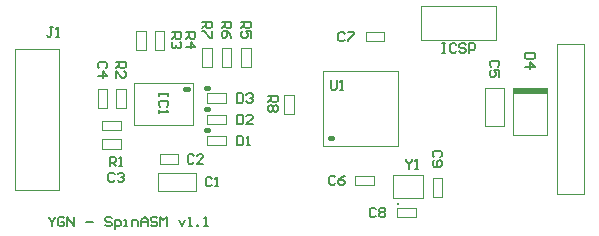
<source format=gto>
G04*
G04 #@! TF.GenerationSoftware,Altium Limited,Altium Designer,20.2.6 (244)*
G04*
G04 Layer_Color=65535*
%FSLAX25Y25*%
%MOIN*%
G70*
G04*
G04 #@! TF.SameCoordinates,1A3BA952-A66C-493A-B53E-150E5816C36F*
G04*
G04*
G04 #@! TF.FilePolarity,Positive*
G04*
G01*
G75*
%ADD10C,0.01575*%
%ADD11C,0.00787*%
%ADD12C,0.00394*%
%ADD13C,0.00591*%
%ADD14R,0.11417X0.02118*%
D10*
X57600Y48404D02*
X56813D01*
X57600D01*
X64468Y48917D02*
X63681D01*
X64468D01*
Y41831D02*
X63681D01*
X64468D01*
Y34744D02*
X63681D01*
X64468D01*
X105768Y32185D02*
X104980D01*
X105768D01*
D11*
X127554Y10138D02*
D03*
D12*
X39764Y36417D02*
X59449D01*
X39764D02*
Y50591D01*
X59449D01*
Y36417D02*
Y50591D01*
X64073Y43905D02*
Y47055D01*
X70372Y43905D02*
Y47055D01*
X64073Y43905D02*
X70372D01*
X64073Y47055D02*
X70372D01*
X64101Y43898D02*
Y47048D01*
X70400Y43898D02*
Y47048D01*
X64101Y43898D02*
X70400D01*
X64101Y47048D02*
X70400D01*
X64073Y36819D02*
Y39968D01*
X70372Y36819D02*
Y39968D01*
X64073Y36819D02*
X70372D01*
X64073Y39968D02*
X70372D01*
X64101Y36812D02*
Y39961D01*
X70400Y36812D02*
Y39961D01*
X64101Y36812D02*
X70400D01*
X64101Y39961D02*
X70400D01*
X64073Y29732D02*
Y32882D01*
X70372Y29732D02*
Y32882D01*
X64073Y29732D02*
X70372D01*
X64073Y32882D02*
X70372D01*
X64101Y29725D02*
Y32875D01*
X70400Y29725D02*
Y32875D01*
X64101Y29725D02*
X70400D01*
X64101Y32875D02*
X70400D01*
X0Y14764D02*
X14764D01*
X0D02*
Y62008D01*
X14764D01*
Y14764D02*
Y62008D01*
X160433Y64803D02*
Y76303D01*
X135433Y64803D02*
Y76303D01*
X160433D01*
X135433Y64803D02*
X160433D01*
X127618Y29626D02*
Y54429D01*
X102815D02*
X127618D01*
X102815Y29626D02*
X127618D01*
X102815D02*
Y54429D01*
X92913Y40354D02*
Y46654D01*
X89764Y40354D02*
X92913D01*
X89764D02*
Y46654D01*
X92913D01*
X177362Y33209D02*
Y48957D01*
X165945D02*
X177362D01*
X165945Y33209D02*
X177362D01*
X165945D02*
Y48957D01*
X135886Y12106D02*
Y19980D01*
X126043D02*
X135886D01*
X126043Y12106D02*
X135886D01*
X126043D02*
Y19980D01*
X113543Y19685D02*
X119843D01*
Y16535D02*
Y19685D01*
X113543Y16535D02*
Y19685D01*
Y16535D02*
X119843D01*
X142382Y12402D02*
Y18701D01*
X139232Y12402D02*
Y18701D01*
X142382D01*
X139232Y12402D02*
X142382D01*
X127421Y8957D02*
X133721D01*
Y5807D02*
Y8957D01*
X127421Y5807D02*
Y8957D01*
Y5807D02*
X133721D01*
X123189Y64370D02*
Y67520D01*
X116890Y64370D02*
Y67520D01*
X123189D01*
X116890Y64370D02*
X123189D01*
X156693Y36358D02*
X162992D01*
X156693Y48957D02*
X162992D01*
X156693Y36358D02*
Y48957D01*
X162992Y36358D02*
Y48957D01*
X47835Y20669D02*
X60433D01*
X47835Y14370D02*
X60433D01*
X47835D02*
Y20669D01*
X60433Y14370D02*
Y20669D01*
X189862Y13465D02*
Y63465D01*
X180630Y13465D02*
Y63465D01*
Y13465D02*
X189862D01*
X180630Y63465D02*
X189862D01*
X35433Y28642D02*
Y31791D01*
X29134Y28642D02*
Y31791D01*
X35433D01*
X29134Y28642D02*
X35433D01*
X46654Y61614D02*
Y67913D01*
X49803Y61614D02*
Y67913D01*
X46654D02*
X49803D01*
X46654Y61614D02*
X49803D01*
X43602D02*
Y67913D01*
X40453Y61614D02*
Y67913D01*
Y61614D02*
X43602D01*
X40453Y67913D02*
X43602D01*
X62500Y55807D02*
Y62106D01*
X65650Y55807D02*
Y62106D01*
X62500D02*
X65650D01*
X62500Y55807D02*
X65650D01*
X68996D02*
Y62106D01*
X72146Y55807D02*
Y62106D01*
X68996D02*
X72146D01*
X68996Y55807D02*
X72146D01*
X33760Y48524D02*
X36909D01*
X33760Y42224D02*
X36909D01*
X33760D02*
Y48524D01*
X36909Y42224D02*
Y48524D01*
X30807Y42224D02*
Y48524D01*
X27657Y42224D02*
Y48524D01*
Y42224D02*
X30807D01*
X27657Y48524D02*
X30807D01*
X35433Y34744D02*
Y37894D01*
X29134Y34744D02*
Y37894D01*
X35433D01*
X29134Y34744D02*
X35433D01*
X75492Y55807D02*
Y62106D01*
X78642Y55807D02*
Y62106D01*
X75492D02*
X78642D01*
X75492Y55807D02*
X78642D01*
X48228Y23622D02*
X54528D01*
X48228Y26772D02*
X54528D01*
X48228Y23622D02*
Y26772D01*
X54528Y23622D02*
Y26772D01*
D13*
X11220Y5904D02*
Y5380D01*
X12270Y4330D01*
X13319Y5380D01*
Y5904D01*
X12270Y4330D02*
Y2756D01*
X16468Y5380D02*
X15943Y5904D01*
X14894D01*
X14369Y5380D01*
Y3281D01*
X14894Y2756D01*
X15943D01*
X16468Y3281D01*
Y4330D01*
X15419D01*
X17518Y2756D02*
Y5904D01*
X19617Y2756D01*
Y5904D01*
X23815Y4330D02*
X25914D01*
X32211Y5380D02*
X31686Y5904D01*
X30637D01*
X30112Y5380D01*
Y4855D01*
X30637Y4330D01*
X31686D01*
X32211Y3805D01*
Y3281D01*
X31686Y2756D01*
X30637D01*
X30112Y3281D01*
X33261Y1706D02*
Y4855D01*
X34835D01*
X35360Y4330D01*
Y3281D01*
X34835Y2756D01*
X33261D01*
X36409D02*
X37459D01*
X36934D01*
Y4855D01*
X36409D01*
X39033Y2756D02*
Y4855D01*
X40607D01*
X41132Y4330D01*
Y2756D01*
X42182D02*
Y4855D01*
X43231Y5904D01*
X44281Y4855D01*
Y2756D01*
Y4330D01*
X42182D01*
X47429Y5380D02*
X46905Y5904D01*
X45855D01*
X45330Y5380D01*
Y4855D01*
X45855Y4330D01*
X46905D01*
X47429Y3805D01*
Y3281D01*
X46905Y2756D01*
X45855D01*
X45330Y3281D01*
X48479Y2756D02*
Y5904D01*
X49528Y4855D01*
X50578Y5904D01*
Y2756D01*
X54776Y4855D02*
X55826Y2756D01*
X56875Y4855D01*
X57925Y2756D02*
X58974D01*
X58449D01*
Y5904D01*
X57925Y5380D01*
X60548Y2756D02*
Y3281D01*
X61073D01*
Y2756D01*
X60548D01*
X63172D02*
X64222D01*
X63697D01*
Y5904D01*
X63172Y5380D01*
X84449Y46226D02*
X87598D01*
Y44652D01*
X87073Y44127D01*
X86024D01*
X85499Y44652D01*
Y46226D01*
Y45177D02*
X84449Y44127D01*
X87073Y43078D02*
X87598Y42553D01*
Y41503D01*
X87073Y40979D01*
X86548D01*
X86024Y41503D01*
X85499Y40979D01*
X84974D01*
X84449Y41503D01*
Y42553D01*
X84974Y43078D01*
X85499D01*
X86024Y42553D01*
X86548Y43078D01*
X87073D01*
X86024Y42553D02*
Y41503D01*
X142423Y63720D02*
X143473D01*
X142948D01*
Y60571D01*
X142423D01*
X143473D01*
X147146Y63195D02*
X146621Y63720D01*
X145572D01*
X145047Y63195D01*
Y61096D01*
X145572Y60571D01*
X146621D01*
X147146Y61096D01*
X150294Y63195D02*
X149770Y63720D01*
X148720D01*
X148196Y63195D01*
Y62670D01*
X148720Y62146D01*
X149770D01*
X150294Y61621D01*
Y61096D01*
X149770Y60571D01*
X148720D01*
X148196Y61096D01*
X151344Y60571D02*
Y63720D01*
X152918D01*
X153443Y63195D01*
Y62146D01*
X152918Y61621D01*
X151344D01*
X160892Y55840D02*
X161417Y56365D01*
Y57414D01*
X160892Y57939D01*
X158793D01*
X158268Y57414D01*
Y56365D01*
X158793Y55840D01*
X161417Y52691D02*
Y54790D01*
X159843D01*
X160367Y53741D01*
Y53216D01*
X159843Y52691D01*
X158793D01*
X158268Y53216D01*
Y54265D01*
X158793Y54790D01*
X173228Y60592D02*
X170079D01*
Y59018D01*
X170604Y58493D01*
X172703D01*
X173228Y59018D01*
Y60592D01*
X170079Y55869D02*
X173228D01*
X171654Y57444D01*
Y55345D01*
X56989Y67388D02*
X60137D01*
Y65813D01*
X59613Y65289D01*
X58563D01*
X58038Y65813D01*
Y67388D01*
Y66338D02*
X56989Y65289D01*
Y62665D02*
X60137D01*
X58563Y64239D01*
Y62140D01*
X52264Y67388D02*
X55413D01*
Y65813D01*
X54888Y65289D01*
X53839D01*
X53314Y65813D01*
Y67388D01*
Y66338D02*
X52264Y65289D01*
X54888Y64239D02*
X55413Y63714D01*
Y62665D01*
X54888Y62140D01*
X54363D01*
X53839Y62665D01*
Y63190D01*
Y62665D01*
X53314Y62140D01*
X52789D01*
X52264Y62665D01*
Y63714D01*
X52789Y64239D01*
X62501Y70931D02*
X65649D01*
Y69357D01*
X65124Y68832D01*
X64075D01*
X63550Y69357D01*
Y70931D01*
Y69881D02*
X62501Y68832D01*
X65649Y67782D02*
Y65683D01*
X65124D01*
X63025Y67782D01*
X62501D01*
X68997Y70931D02*
X72145D01*
Y69357D01*
X71620Y68832D01*
X70571D01*
X70046Y69357D01*
Y70931D01*
Y69881D02*
X68997Y68832D01*
X72145Y65683D02*
X71620Y66733D01*
X70571Y67782D01*
X69521D01*
X68997Y67258D01*
Y66208D01*
X69521Y65683D01*
X70046D01*
X70571Y66208D01*
Y67782D01*
X75493Y70931D02*
X78641D01*
Y69357D01*
X78117Y68832D01*
X77067D01*
X76542Y69357D01*
Y70931D01*
Y69881D02*
X75493Y68832D01*
X78641Y65683D02*
Y67782D01*
X77067D01*
X77592Y66733D01*
Y66208D01*
X77067Y65683D01*
X76017D01*
X75493Y66208D01*
Y67258D01*
X76017Y67782D01*
X74049Y47047D02*
Y43898D01*
X75624D01*
X76148Y44423D01*
Y46522D01*
X75624Y47047D01*
X74049D01*
X77198Y46522D02*
X77723Y47047D01*
X78772D01*
X79297Y46522D01*
Y45997D01*
X78772Y45472D01*
X78247D01*
X78772D01*
X79297Y44948D01*
Y44423D01*
X78772Y43898D01*
X77723D01*
X77198Y44423D01*
X74049Y39960D02*
Y36812D01*
X75624D01*
X76148Y37336D01*
Y39435D01*
X75624Y39960D01*
X74049D01*
X79297Y36812D02*
X77198D01*
X79297Y38911D01*
Y39435D01*
X78772Y39960D01*
X77723D01*
X77198Y39435D01*
X74082Y32873D02*
Y29725D01*
X75656D01*
X76181Y30250D01*
Y32349D01*
X75656Y32873D01*
X74082D01*
X77231Y29725D02*
X78280D01*
X77755D01*
Y32873D01*
X77231Y32349D01*
X130283Y25098D02*
Y24573D01*
X131332Y23524D01*
X132382Y24573D01*
Y25098D01*
X131332Y23524D02*
Y21949D01*
X133431D02*
X134481D01*
X133956D01*
Y25098D01*
X133431Y24573D01*
X105244Y51476D02*
Y48852D01*
X105768Y48327D01*
X106818D01*
X107343Y48852D01*
Y51476D01*
X108392Y48327D02*
X109442D01*
X108917D01*
Y51476D01*
X108392Y50951D01*
X33760Y57545D02*
X36909D01*
Y55971D01*
X36384Y55446D01*
X35335D01*
X34810Y55971D01*
Y57545D01*
Y56496D02*
X33760Y55446D01*
Y52298D02*
Y54396D01*
X35859Y52298D01*
X36384D01*
X36909Y52822D01*
Y53872D01*
X36384Y54396D01*
X31562Y22835D02*
Y25984D01*
X33137D01*
X33661Y25459D01*
Y24409D01*
X33137Y23885D01*
X31562D01*
X32612D02*
X33661Y22835D01*
X34711D02*
X35761D01*
X35236D01*
Y25984D01*
X34711Y25459D01*
X12697Y69094D02*
X11647D01*
X12172D01*
Y66470D01*
X11647Y65945D01*
X11123D01*
X10598Y66470D01*
X13746Y65945D02*
X14796D01*
X14271D01*
Y69094D01*
X13746Y68569D01*
X51082Y47309D02*
Y46259D01*
Y46784D01*
X47934D01*
Y47309D01*
Y46259D01*
X50557Y42586D02*
X51082Y43110D01*
Y44160D01*
X50557Y44685D01*
X48458D01*
X47934Y44160D01*
Y43110D01*
X48458Y42586D01*
X47934Y41536D02*
Y40487D01*
Y41011D01*
X51082D01*
X50557Y41536D01*
X141857Y25820D02*
X142381Y26345D01*
Y27394D01*
X141857Y27919D01*
X139758D01*
X139233Y27394D01*
Y26345D01*
X139758Y25820D01*
Y24770D02*
X139233Y24246D01*
Y23196D01*
X139758Y22671D01*
X141857D01*
X142381Y23196D01*
Y24246D01*
X141857Y24770D01*
X141332D01*
X140807Y24246D01*
Y22671D01*
X120341Y8431D02*
X119817Y8956D01*
X118767D01*
X118242Y8431D01*
Y6332D01*
X118767Y5808D01*
X119817D01*
X120341Y6332D01*
X121391Y8431D02*
X121916Y8956D01*
X122965D01*
X123490Y8431D01*
Y7907D01*
X122965Y7382D01*
X123490Y6857D01*
Y6332D01*
X122965Y5808D01*
X121916D01*
X121391Y6332D01*
Y6857D01*
X121916Y7382D01*
X121391Y7907D01*
Y8431D01*
X121916Y7382D02*
X122965D01*
X109967Y66994D02*
X109443Y67519D01*
X108393D01*
X107868Y66994D01*
Y64895D01*
X108393Y64371D01*
X109443D01*
X109967Y64895D01*
X111017Y67519D02*
X113116D01*
Y66994D01*
X111017Y64895D01*
Y64371D01*
X106818Y19160D02*
X106293Y19684D01*
X105244D01*
X104719Y19160D01*
Y17061D01*
X105244Y16536D01*
X106293D01*
X106818Y17061D01*
X109966Y19684D02*
X108917Y19160D01*
X107867Y18110D01*
Y17061D01*
X108392Y16536D01*
X109442D01*
X109966Y17061D01*
Y17585D01*
X109442Y18110D01*
X107867D01*
X30282Y55446D02*
X30807Y55971D01*
Y57020D01*
X30282Y57545D01*
X28183D01*
X27658Y57020D01*
Y55971D01*
X28183Y55446D01*
X27658Y52822D02*
X30807D01*
X29232Y54396D01*
Y52298D01*
X33235Y20144D02*
X32710Y20669D01*
X31661D01*
X31136Y20144D01*
Y18045D01*
X31661Y17520D01*
X32710D01*
X33235Y18045D01*
X34285Y20144D02*
X34809Y20669D01*
X35859D01*
X36384Y20144D01*
Y19619D01*
X35859Y19094D01*
X35334D01*
X35859D01*
X36384Y18570D01*
Y18045D01*
X35859Y17520D01*
X34809D01*
X34285Y18045D01*
X65650Y18668D02*
X65125Y19192D01*
X64075D01*
X63551Y18668D01*
Y16569D01*
X64075Y16044D01*
X65125D01*
X65650Y16569D01*
X66699Y16044D02*
X67749D01*
X67224D01*
Y19192D01*
X66699Y18668D01*
X59711Y26246D02*
X59187Y26771D01*
X58137D01*
X57612Y26246D01*
Y24147D01*
X58137Y23623D01*
X59187D01*
X59711Y24147D01*
X62860Y23623D02*
X60761D01*
X62860Y25722D01*
Y26246D01*
X62335Y26771D01*
X61286D01*
X60761Y26246D01*
D14*
X171653Y47898D02*
D03*
M02*

</source>
